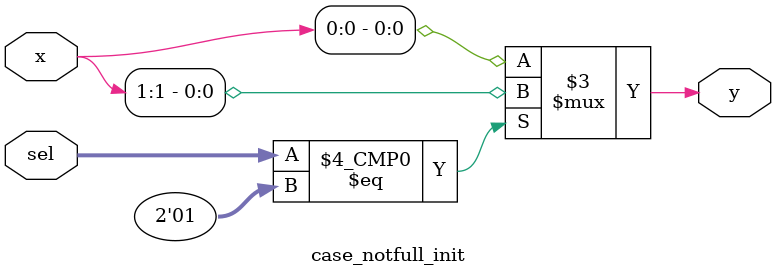
<source format=v>
module case_notfull_init(sel,x,y);
    input [1:0] sel;
    input [3:0] x;
    output reg y;
    
    always @(*)
        begin
            y=x[0];
            case(sel)
                2'b00:
                    y=x[0];
                2'b01:
                    y=x[1];
            endcase
        end
endmodule

</source>
